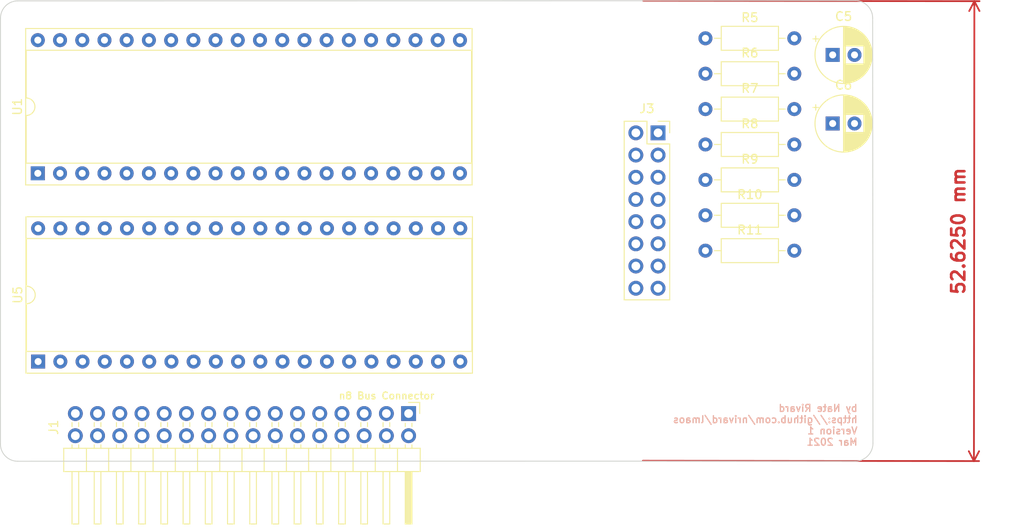
<source format=kicad_pcb>
(kicad_pcb (version 20221018) (generator pcbnew)
  (layers (0 "F.Cu" signal) (31 "B.Cu" signal) (34 "B.Paste" user) (35 "F.Paste" user) (36 "B.SilkS" user "B.Silkscreen") (37 "F.SilkS" user "F.Silkscreen") (38 "B.Mask" user) (39 "F.Mask" user) (44 "Edge.Cuts" user))
  (net 0 "")
  (net 1 "+5V")
  (net 2 "GND")
  (net 3 "/A0")
  (net 4 "/D0")
  (net 5 "/A1")
  (net 6 "/D1")
  (net 7 "/A2")
  (net 8 "/D2")
  (net 9 "/A3")
  (net 10 "/D3")
  (net 11 "/A4")
  (net 12 "/D4")
  (net 13 "/A5")
  (net 14 "/D5")
  (net 15 "~{CS}")
  (net 16 "/D6")
  (net 17 "R~{W}")
  (net 18 "/D7")
  (net 19 "CLK")
  (net 20 "~{IRQ}")
  (net 21 "~{RES}")
  (net 22 "~{NMI}")
  (net 23 "FUTURE0")
  (net 24 "NTSC_CLK")
  (net 25 "~{WRITE}")
  (net 26 "~{READ}")
  (net 27 "MISO_{SPI}")
  (net 28 "CLK_{SPI}")
  (net 29 "MOSI_{SPI}")
  (net 30 "CS_{SPI}")
  (net 32 "Net-(C5-Pad1)")
  (net 43 "/PA0")
  (net 44 "/PA1")
  (net 45 "/PA2")
  (net 46 "/PA3")
  (net 47 "/PA4")
  (net 48 "/PA5")
  (net 49 "/PA6")
  (net 50 "/PA7")
  (net 51 "/LEFT")
  (net 52 "Net-(C6-Pad1)")
  (net 53 "/RIGHT")
  (net 58 "CH_C")
  (net 60 "BDIR")
  (net 61 "BC1")
  (net 71 "AUD_CLK")
  (net 72 "~{RESET}")
  (net 73 "Net-(U1-BDIR)")
  (net 75 "CH_A")
  (net 76 "CH_B")
  (footprint "Resistor_THT:R_Axial_DIN0207_L6.3mm_D2.5mm_P10.16mm_Horizontal" (layer "F.Cu") (at 170.64 85.525)
    (fp_text reference "R8" (at 5.08 -2.37) (layer "F.SilkS"))
    (fp_text value "1K")
    (pad "1" thru_hole circle (at 0 0) (size 1.6 1.6) (drill 0.8) (layers "*.Cu" "*.Mask") (net 32 "Net-(C5-Pad1)"))
    (pad "2" thru_hole oval (at 10.16 0) (size 1.6 1.6) (drill 0.8) (layers "*.Cu" "*.Mask") (net 76 "CH_B"))
  )
  (footprint "Resistor_THT:R_Axial_DIN0207_L6.3mm_D2.5mm_P10.16mm_Horizontal" (layer "F.Cu") (at 170.64 89.575)
    (fp_text reference "R9" (at 5.08 -2.37) (layer "F.SilkS"))
    (fp_text value "1K")
    (pad "1" thru_hole circle (at 0 0) (size 1.6 1.6) (drill 0.8) (layers "*.Cu" "*.Mask") (net 52 "Net-(C6-Pad1)"))
    (pad "2" thru_hole oval (at 10.16 0) (size 1.6 1.6) (drill 0.8) (layers "*.Cu" "*.Mask") (net 75 "CH_A"))
  )
  (footprint "Resistor_THT:R_Axial_DIN0207_L6.3mm_D2.5mm_P10.16mm_Horizontal" (layer "F.Cu") (at 170.64 73.375)
    (fp_text reference "R5" (at 5.08 -2.37) (layer "F.SilkS"))
    (fp_text value "3K")
    (pad "1" thru_hole circle (at 0 0) (size 1.6 1.6) (drill 0.8) (layers "*.Cu" "*.Mask") (net 58 "CH_C"))
    (pad "2" thru_hole oval (at 10.16 0) (size 1.6 1.6) (drill 0.8) (layers "*.Cu" "*.Mask") (net 2 "GND"))
  )
  (footprint "Capacitor_THT:CP_Radial_D6.3mm_P2.50mm" (layer "F.Cu") (at 185.185241 83.125)
    (fp_text reference "C6" (at 1.25 -4.4) (layer "F.SilkS"))
    (fp_text value "4.7uF")
    (pad "1" thru_hole rect (at 0 0) (size 1.6 1.6) (drill 0.8) (layers "*.Cu" "*.Mask") (net 52 "Net-(C6-Pad1)"))
    (pad "2" thru_hole circle (at 2.5 0) (size 1.6 1.6) (drill 0.8) (layers "*.Cu" "*.Mask") (net 53 "/RIGHT"))
  )
  (footprint "Resistor_THT:R_Axial_DIN0207_L6.3mm_D2.5mm_P10.16mm_Horizontal" (layer "F.Cu") (at 170.64 97.675)
    (fp_text reference "R11" (at 5.08 -2.37) (layer "F.SilkS"))
    (fp_text value "1K6")
    (pad "1" thru_hole circle (at 0 0) (size 1.6 1.6) (drill 0.8) (layers "*.Cu" "*.Mask") (net 32 "Net-(C5-Pad1)"))
    (pad "2" thru_hole oval (at 10.16 0) (size 1.6 1.6) (drill 0.8) (layers "*.Cu" "*.Mask") (net 58 "CH_C"))
  )
  (footprint "Connector_PinSocket_2.54mm:PinSocket_2x08_P2.54mm_Vertical" (layer "F.Cu") (at 165.225 84.195)
    (fp_text reference "J3" (at -1.27 -2.77) (layer "F.SilkS"))
    (fp_text value "Conn_02x08_Odd_Even")
    (pad "1" thru_hole rect (at 0 0) (size 1.7 1.7) (drill 1) (layers "*.Cu" "*.Mask") (net 2 "GND"))
    (pad "2" thru_hole oval (at -2.54 0) (size 1.7 1.7) (drill 1) (layers "*.Cu" "*.Mask") (net 2 "GND"))
    (pad "3" thru_hole oval (at 0 2.54) (size 1.7 1.7) (drill 1) (layers "*.Cu" "*.Mask") (net 27 "MISO_{SPI}"))
    (pad "4" thru_hole oval (at -2.54 2.54) (size 1.7 1.7) (drill 1) (layers "*.Cu" "*.Mask") (net 27 "MISO_{SPI}"))
    (pad "5" thru_hole oval (at 0 5.08) (size 1.7 1.7) (drill 1) (layers "*.Cu" "*.Mask") (net 28 "CLK_{SPI}"))
    (pad "6" thru_hole oval (at -2.54 5.08) (size 1.7 1.7) (drill 1) (layers "*.Cu" "*.Mask") (net 28 "CLK_{SPI}"))
    (pad "7" thru_hole oval (at 0 7.62) (size 1.7 1.7) (drill 1) (layers "*.Cu" "*.Mask") (net 29 "MOSI_{SPI}"))
    (pad "8" thru_hole oval (at -2.54 7.62) (size 1.7 1.7) (drill 1) (layers "*.Cu" "*.Mask") (net 29 "MOSI_{SPI}"))
    (pad "9" thru_hole oval (at 0 10.16) (size 1.7 1.7) (drill 1) (layers "*.Cu" "*.Mask") (net 30 "CS_{SPI}"))
    (pad "10" thru_hole oval (at -2.54 10.16) (size 1.7 1.7) (drill 1) (layers "*.Cu" "*.Mask") (net 30 "CS_{SPI}"))
    (pad "11" thru_hole oval (at 0 12.7) (size 1.7 1.7) (drill 1) (layers "*.Cu" "*.Mask") (net 1 "+5V"))
    (pad "12" thru_hole oval (at -2.54 12.7) (size 1.7 1.7) (drill 1) (layers "*.Cu" "*.Mask") (net 1 "+5V"))
    (pad "13" thru_hole oval (at 0 15.24) (size 1.7 1.7) (drill 1) (layers "*.Cu" "*.Mask"))
    (pad "14" thru_hole oval (at -2.54 15.24) (size 1.7 1.7) (drill 1) (layers "*.Cu" "*.Mask"))
    (pad "15" thru_hole oval (at 0 17.78) (size 1.7 1.7) (drill 1) (layers "*.Cu" "*.Mask") (net 2 "GND"))
    (pad "16" thru_hole oval (at -2.54 17.78) (size 1.7 1.7) (drill 1) (layers "*.Cu" "*.Mask") (net 2 "GND"))
  )
  (footprint "Package_DIP:DIP-40_W15.24mm_Socket" (layer "F.Cu") (at 94.315 88.825 90)
    (fp_text reference "U1" (at 7.62 -2.33 90) (layer "F.SilkS"))
    (fp_text value "YM2149")
    (pad "1" thru_hole rect (at 0 0 90) (size 1.6 1.6) (drill 0.8) (layers "*.Cu" "*.Mask") (net 2 "GND"))
    (pad "2" thru_hole oval (at 0 2.54 90) (size 1.6 1.6) (drill 0.8) (layers "*.Cu" "*.Mask"))
    (pad "3" thru_hole oval (at 0 5.08 90) (size 1.6 1.6) (drill 0.8) (layers "*.Cu" "*.Mask") (net 76 "CH_B"))
    (pad "4" thru_hole oval (at 0 7.62 90) (size 1.6 1.6) (drill 0.8) (layers "*.Cu" "*.Mask") (net 75 "CH_A"))
    (pad "5" thru_hole oval (at 0 10.16 90) (size 1.6 1.6) (drill 0.8) (layers "*.Cu" "*.Mask"))
    (pad "6" thru_hole oval (at 0 12.7 90) (size 1.6 1.6) (drill 0.8) (layers "*.Cu" "*.Mask"))
    (pad "7" thru_hole oval (at 0 15.24 90) (size 1.6 1.6) (drill 0.8) (layers "*.Cu" "*.Mask"))
    (pad "8" thru_hole oval (at 0 17.78 90) (size 1.6 1.6) (drill 0.8) (layers "*.Cu" "*.Mask"))
    (pad "9" thru_hole oval (at 0 20.32 90) (size 1.6 1.6) (drill 0.8) (layers "*.Cu" "*.Mask"))
    (pad "10" thru_hole oval (at 0 22.86 90) (size 1.6 1.6) (drill 0.8) (layers "*.Cu" "*.Mask"))
    (pad "11" thru_hole oval (at 0 25.4 90) (size 1.6 1.6) (drill 0.8) (layers "*.Cu" "*.Mask"))
    (pad "12" thru_hole oval (at 0 27.94 90) (size 1.6 1.6) (drill 0.8) (layers "*.Cu" "*.Mask"))
    (pad "13" thru_hole oval (at 0 30.48 90) (size 1.6 1.6) (drill 0.8) (layers "*.Cu" "*.Mask"))
    (pad "14" thru_hole oval (at 0 33.02 90) (size 1.6 1.6) (drill 0.8) (layers "*.Cu" "*.Mask"))
    (pad "15" thru_hole oval (at 0 35.56 90) (size 1.6 1.6) (drill 0.8) (layers "*.Cu" "*.Mask"))
    (pad "16" thru_hole oval (at 0 38.1 90) (size 1.6 1.6) (drill 0.8) (layers "*.Cu" "*.Mask"))
    (pad "17" thru_hole oval (at 0 40.64 90) (size 1.6 1.6) (drill 0.8) (layers "*.Cu" "*.Mask"))
    (pad "18" thru_hole oval (at 0 43.18 90) (size 1.6 1.6) (drill 0.8) (layers "*.Cu" "*.Mask"))
    (pad "19" thru_hole oval (at 0 45.72 90) (size 1.6 1.6) (drill 0.8) (layers "*.Cu" "*.Mask"))
    (pad "20" thru_hole oval (at 0 48.26 90) (size 1.6 1.6) (drill 0.8) (layers "*.Cu" "*.Mask"))
    (pad "21" thru_hole oval (at 15.24 48.26 90) (size 1.6 1.6) (drill 0.8) (layers "*.Cu" "*.Mask"))
    (pad "22" thru_hole oval (at 15.24 45.72 90) (size 1.6 1.6) (drill 0.8) (layers "*.Cu" "*.Mask") (net 71 "AUD_CLK"))
    (pad "23" thru_hole oval (at 15.24 43.18 90) (size 1.6 1.6) (drill 0.8) (layers "*.Cu" "*.Mask") (net 72 "~{RESET}"))
    (pad "24" thru_hole oval (at 15.24 40.64 90) (size 1.6 1.6) (drill 0.8) (layers "*.Cu" "*.Mask") (net 2 "GND"))
    (pad "25" thru_hole oval (at 15.24 38.1 90) (size 1.6 1.6) (drill 0.8) (layers "*.Cu" "*.Mask") (net 1 "+5V"))
    (pad "26" thru_hole oval (at 15.24 35.56 90) (size 1.6 1.6) (drill 0.8) (layers "*.Cu" "*.Mask") (net 2 "GND"))
    (pad "27" thru_hole oval (at 15.24 33.02 90) (size 1.6 1.6) (drill 0.8) (layers "*.Cu" "*.Mask") (net 73 "Net-(U1-BDIR)"))
    (pad "28" thru_hole oval (at 15.24 30.48 90) (size 1.6 1.6) (drill 0.8) (layers "*.Cu" "*.Mask") (net 1 "+5V"))
    (pad "29" thru_hole oval (at 15.24 27.94 90) (size 1.6 1.6) (drill 0.8) (layers "*.Cu" "*.Mask") (net 61 "BC1"))
    (pad "30" thru_hole oval (at 15.24 25.4 90) (size 1.6 1.6) (drill 0.8) (layers "*.Cu" "*.Mask") (net 50 "/PA7"))
    (pad "31" thru_hole oval (at 15.24 22.86 90) (size 1.6 1.6) (drill 0.8) (layers "*.Cu" "*.Mask") (net 49 "/PA6"))
    (pad "32" thru_hole oval (at 15.24 20.32 90) (size 1.6 1.6) (drill 0.8) (layers "*.Cu" "*.Mask") (net 48 "/PA5"))
    (pad "33" thru_hole oval (at 15.24 17.78 90) (size 1.6 1.6) (drill 0.8) (layers "*.Cu" "*.Mask") (net 47 "/PA4"))
    (pad "34" thru_hole oval (at 15.24 15.24 90) (size 1.6 1.6) (drill 0.8) (layers "*.Cu" "*.Mask") (net 46 "/PA3"))
    (pad "35" thru_hole oval (at 15.24 12.7 90) (size 1.6 1.6) (drill 0.8) (layers "*.Cu" "*.Mask") (net 45 "/PA2"))
    (pad "36" thru_hole oval (at 15.24 10.16 90) (size 1.6 1.6) (drill 0.8) (layers "*.Cu" "*.Mask") (net 44 "/PA1"))
    (pad "37" thru_hole oval (at 15.24 7.62 90) (size 1.6 1.6) (drill 0.8) (layers "*.Cu" "*.Mask") (net 43 "/PA0"))
    (pad "38" thru_hole oval (at 15.24 5.08 90) (size 1.6 1.6) (drill 0.8) (layers "*.Cu" "*.Mask") (net 58 "CH_C"))
    (pad "39" thru_hole oval (at 15.24 2.54 90) (size 1.6 1.6) (drill 0.8) (layers "*.Cu" "*.Mask"))
    (pad "40" thru_hole oval (at 15.24 0 90) (size 1.6 1.6) (drill 0.8) (layers "*.Cu" "*.Mask") (net 1 "+5V"))
  )
  (footprint "Package_DIP:DIP-40_W15.24mm_Socket" (layer "F.Cu") (at 94.35 110.365 90)
    (fp_text reference "U5" (at 7.62 -2.33 90) (layer "F.SilkS"))
    (fp_text value "65C22S")
    (pad "1" thru_hole rect (at 0 0 90) (size 1.6 1.6) (drill 0.8) (layers "*.Cu" "*.Mask") (net 2 "GND"))
    (pad "2" thru_hole oval (at 0 2.54 90) (size 1.6 1.6) (drill 0.8) (layers "*.Cu" "*.Mask") (net 43 "/PA0"))
    (pad "3" thru_hole oval (at 0 5.08 90) (size 1.6 1.6) (drill 0.8) (layers "*.Cu" "*.Mask") (net 44 "/PA1"))
    (pad "4" thru_hole oval (at 0 7.62 90) (size 1.6 1.6) (drill 0.8) (layers "*.Cu" "*.Mask") (net 45 "/PA2"))
    (pad "5" thru_hole oval (at 0 10.16 90) (size 1.6 1.6) (drill 0.8) (layers "*.Cu" "*.Mask") (net 46 "/PA3"))
    (pad "6" thru_hole oval (at 0 12.7 90) (size 1.6 1.6) (drill 0.8) (layers "*.Cu" "*.Mask") (net 47 "/PA4"))
    (pad "7" thru_hole oval (at 0 15.24 90) (size 1.6 1.6) (drill 0.8) (layers "*.Cu" "*.Mask") (net 48 "/PA5"))
    (pad "8" thru_hole oval (at 0 17.78 90) (size 1.6 1.6) (drill 0.8) (layers "*.Cu" "*.Mask") (net 49 "/PA6"))
    (pad "9" thru_hole oval (at 0 20.32 90) (size 1.6 1.6) (drill 0.8) (layers "*.Cu" "*.Mask") (net 50 "/PA7"))
    (pad "10" thru_hole oval (at 0 22.86 90) (size 1.6 1.6) (drill 0.8) (layers "*.Cu" "*.Mask") (net 30 "CS_{SPI}"))
    (pad "11" thru_hole oval (at 0 25.4 90) (size 1.6 1.6) (drill 0.8) (layers "*.Cu" "*.Mask") (net 29 "MOSI_{SPI}"))
    (pad "12" thru_hole oval (at 0 27.94 90) (size 1.6 1.6) (drill 0.8) (layers "*.Cu" "*.Mask") (net 28 "CLK_{SPI}"))
    (pad "13" thru_hole oval (at 0 30.48 90) (size 1.6 1.6) (drill 0.8) (layers "*.Cu" "*.Mask"))
    (pad "14" thru_hole oval (at 0 33.02 90) (size 1.6 1.6) (drill 0.8) (layers "*.Cu" "*.Mask"))
    (pad "15" thru_hole oval (at 0 35.56 90) (size 1.6 1.6) (drill 0.8) (layers "*.Cu" "*.Mask"))
    (pad "16" thru_hole oval (at 0 38.1 90) (size 1.6 1.6) (drill 0.8) (layers "*.Cu" "*.Mask"))
    (pad "17" thru_hole oval (at 0 40.64 90) (size 1.6 1.6) (drill 0.8) (layers "*.Cu" "*.Mask") (net 27 "MISO_{SPI}"))
    (pad "18" thru_hole oval (at 0 43.18 90) (size 1.6 1.6) (drill 0.8) (layers "*.Cu" "*.Mask"))
    (pad "19" thru_hole oval (at 0 45.72 90) (size 1.6 1.6) (drill 0.8) (layers "*.Cu" "*.Mask") (net 60 "BDIR"))
    (pad "20" thru_hole oval (at 0 48.26 90) (size 1.6 1.6) (drill 0.8) (layers "*.Cu" "*.Mask") (net 1 "+5V"))
    (pad "21" thru_hole oval (at 15.24 48.26 90) (size 1.6 1.6) (drill 0.8) (layers "*.Cu" "*.Mask") (net 20 "~{IRQ}"))
    (pad "22" thru_hole oval (at 15.24 45.72 90) (size 1.6 1.6) (drill 0.8) (layers "*.Cu" "*.Mask") (net 17 "R~{W}"))
    (pad "23" thru_hole oval (at 15.24 43.18 90) (size 1.6 1.6) (drill 0.8) (layers "*.Cu" "*.Mask") (net 15 "~{CS}"))
    (pad "24" thru_hole oval (at 15.24 40.64 90) (size 1.6 1.6) (drill 0.8) (layers "*.Cu" "*.Mask") (net 1 "+5V"))
    (pad "25" thru_hole oval (at 15.24 38.1 90) (size 1.6 1.6) (drill 0.8) (layers "*.Cu" "*.Mask") (net 19 "CLK"))
    (pad "26" thru_hole oval (at 15.24 35.56 90) (size 1.6 1.6) (drill 0.8) (layers "*.Cu" "*.Mask") (net 18 "/D7"))
    (pad "27" thru_hole oval (at 15.24 33.02 90) (size 1.6 1.6) (drill 0.8) (layers "*.Cu" "*.Mask") (net 16 "/D6"))
    (pad "28" thru_hole oval (at 15.24 30.48 90) (size 1.6 1.6) (drill 0.8) (layers "*.Cu" "*.Mask") (net 14 "/D5"))
    (pad "29" thru_hole oval (at 15.24 27.94 90) (size 1.6 1.6) (drill 0.8) (layers "*.Cu" "*.Mask") (net 12 "/D4"))
    (pad "30" thru_hole oval (at 15.24 25.4 90) (size 1.6 1.6) (drill 0.8) (layers "*.Cu" "*.Mask") (net 10 "/D3"))
    (pad "31" thru_hole oval (at 15.24 22.86 90) (size 1.6 1.6) (drill 0.8) (layers "*.Cu" "*.Mask") (net 8 "/D2"))
    (pad "32" thru_hole oval (at 15.24 20.32 90) (size 1.6 1.6) (drill 0.8) (layers "*.Cu" "*.Mask") (net 6 "/D1"))
    (pad "33" thru_hole oval (at 15.24 17.78 90) (size 1.6 1.6) (drill 0.8) (layers "*.Cu" "*.Mask") (net 4 "/D0"))
    (pad "34" thru_hole oval (at 15.24 15.24 90) (size 1.6 1.6) (drill 0.8) (layers "*.Cu" "*.Mask") (net 21 "~{RES}"))
    (pad "35" thru_hole oval (at 15.24 12.7 90) (size 1.6 1.6) (drill 0.8) (layers "*.Cu" "*.Mask") (net 9 "/A3"))
    (pad "36" thru_hole oval (at 15.24 10.16 90) (size 1.6 1.6) (drill 0.8) (layers "*.Cu" "*.Mask") (net 7 "/A2"))
    (pad "37" thru_hole oval (at 15.24 7.62 90) (size 1.6 1.6) (drill 0.8) (layers "*.Cu" "*.Mask") (net 5 "/A1"))
    (pad "38" thru_hole oval (at 15.24 5.08 90) (size 1.6 1.6) (drill 0.8) (layers "*.Cu" "*.Mask") (net 3 "/A0"))
    (pad "39" thru_hole oval (at 15.24 2.54 90) (size 1.6 1.6) (drill 0.8) (layers "*.Cu" "*.Mask") (net 61 "BC1"))
    (pad "40" thru_hole oval (at 15.24 0 90) (size 1.6 1.6) (drill 0.8) (layers "*.Cu" "*.Mask"))
  )
  (footprint "Resistor_THT:R_Axial_DIN0207_L6.3mm_D2.5mm_P10.16mm_Horizontal" (layer "F.Cu") (at 170.64 77.425)
    (fp_text reference "R6" (at 5.08 -2.37) (layer "F.SilkS"))
    (fp_text value "3K")
    (pad "1" thru_hole circle (at 0 0) (size 1.6 1.6) (drill 0.8) (layers "*.Cu" "*.Mask") (net 75 "CH_A"))
    (pad "2" thru_hole oval (at 10.16 0) (size 1.6 1.6) (drill 0.8) (layers "*.Cu" "*.Mask") (net 2 "GND"))
  )
  (footprint "Resistor_THT:R_Axial_DIN0207_L6.3mm_D2.5mm_P10.16mm_Horizontal" (layer "F.Cu") (at 170.64 81.475)
    (fp_text reference "R7" (at 5.08 -2.37) (layer "F.SilkS"))
    (fp_text value "3K")
    (pad "1" thru_hole circle (at 0 0) (size 1.6 1.6) (drill 0.8) (layers "*.Cu" "*.Mask") (net 76 "CH_B"))
    (pad "2" thru_hole oval (at 10.16 0) (size 1.6 1.6) (drill 0.8) (layers "*.Cu" "*.Mask") (net 2 "GND"))
  )
  (footprint "Capacitor_THT:CP_Radial_D6.3mm_P2.50mm" (layer "F.Cu") (at 185.185241 75.275)
    (fp_text reference "C5" (at 1.25 -4.4) (layer "F.SilkS"))
    (fp_text value "4.7uF")
    (pad "1" thru_hole rect (at 0 0) (size 1.6 1.6) (drill 0.8) (layers "*.Cu" "*.Mask") (net 32 "Net-(C5-Pad1)"))
    (pad "2" thru_hole circle (at 2.5 0) (size 1.6 1.6) (drill 0.8) (layers "*.Cu" "*.Mask") (net 51 "/LEFT"))
  )
  (footprint "Resistor_THT:R_Axial_DIN0207_L6.3mm_D2.5mm_P10.16mm_Horizontal" (layer "F.Cu") (at 170.64 93.625)
    (fp_text reference "R10" (at 5.08 -2.37) (layer "F.SilkS"))
    (fp_text value "1K6")
    (pad "1" thru_hole circle (at 0 0) (size 1.6 1.6) (drill 0.8) (layers "*.Cu" "*.Mask") (net 52 "Net-(C6-Pad1)"))
    (pad "2" thru_hole oval (at 10.16 0) (size 1.6 1.6) (drill 0.8) (layers "*.Cu" "*.Mask") (net 58 "CH_C"))
  )
  (footprint "Connector_PinHeader_2.54mm:PinHeader_2x16_P2.54mm_Horizontal" (layer "F.Cu") (at 136.70598 116.313178 -90)
    (fp_text reference "J1" (at 1.5748 40.5811 90) (layer "F.SilkS"))
    (fp_text value "n8 Bus Connector")
    (pad "1" thru_hole rect (at 0 0 270) (size 1.7 1.7) (drill 1) (layers "*.Cu" "*.Mask") (net 2 "GND"))
    (pad "2" thru_hole oval (at 2.54 0 270) (size 1.7 1.7) (drill 1) (layers "*.Cu" "*.Mask") (net 2 "GND"))
    (pad "3" thru_hole oval (at 0 2.54 270) (size 1.7 1.7) (drill 1) (layers "*.Cu" "*.Mask") (net 1 "+5V"))
    (pad "4" thru_hole oval (at 2.54 2.54 270) (size 1.7 1.7) (drill 1) (layers "*.Cu" "*.Mask") (net 1 "+5V"))
    (pad "5" thru_hole oval (at 0 5.08 270) (size 1.7 1.7) (drill 1) (layers "*.Cu" "*.Mask") (net 25 "~{WRITE}"))
    (pad "6" thru_hole oval (at 2.54 5.08 270) (size 1.7 1.7) (drill 1) (layers "*.Cu" "*.Mask") (net 24 "NTSC_CLK"))
    (pad "7" thru_hole oval (at 0 7.62 270) (size 1.7 1.7) (drill 1) (layers "*.Cu" "*.Mask") (net 26 "~{READ}"))
    (pad "8" thru_hole oval (at 2.54 7.62 270) (size 1.7 1.7) (drill 1) (layers "*.Cu" "*.Mask") (net 23 "FUTURE0"))
    (pad "9" thru_hole oval (at 0 10.16 270) (size 1.7 1.7) (drill 1) (layers "*.Cu" "*.Mask") (net 22 "~{NMI}"))
    (pad "10" thru_hole oval (at 2.54 10.16 270) (size 1.7 1.7) (drill 1) (layers "*.Cu" "*.Mask") (net 21 "~{RES}"))
    (pad "11" thru_hole oval (at 0 12.7 270) (size 1.7 1.7) (drill 1) (layers "*.Cu" "*.Mask") (net 20 "~{IRQ}"))
    (pad "12" thru_hole oval (at 2.54 12.7 270) (size 1.7 1.7) (drill 1) (layers "*.Cu" "*.Mask") (net 19 "CLK"))
    (pad "13" thru_hole oval (at 0 15.24 270) (size 1.7 1.7) (drill 1) (layers "*.Cu" "*.Mask") (net 18 "/D7"))
    (pad "14" thru_hole oval (at 2.54 15.24 270) (size 1.7 1.7) (drill 1) (layers "*.Cu" "*.Mask") (net 17 "R~{W}"))
    (pad "15" thru_hole oval (at 0 17.78 270) (size 1.7 1.7) (drill 1) (layers "*.Cu" "*.Mask") (net 16 "/D6"))
    (pad "16" thru_hole oval (at 2.54 17.78 270) (size 1.7 1.7) (drill 1) (layers "*.Cu" "*.Mask") (net 15 "~{CS}"))
    (pad "17" thru_hole oval (at 0 20.32 270) (size 1.7 1.7) (drill 1) (layers "*.Cu" "*.Mask") (net 14 "/D5"))
    (pad "18" thru_hole oval (at 2.54 20.32 270) (size 1.7 1.7) (drill 1) (layers "*.Cu" "*.Mask") (net 13 "/A5"))
    (pad "19" thru_hole oval (at 0 22.86 270) (size 1.7 1.7) (drill 1) (layers "*.Cu" "*.Mask") (net 12 "/D4"))
    (pad "20" thru_hole oval (at 2.54 22.86 270) (size 1.7 1.7) (drill 1) (layers "*.Cu" "*.Mask") (net 11 "/A4"))
    (pad "21" thru_hole oval (at 0 25.4 270) (size 1.7 1.7) (drill 1) (layers "*.Cu" "*.Mask") (net 10 "/D3"))
    (pad "22" thru_hole oval (at 2.54 25.4 270) (size 1.7 1.7) (drill 1) (layers "*.Cu" "*.Mask") (net 9 "/A3"))
    (pad "23" thru_hole oval (at 0 27.94 270) (size 1.7 1.7) (drill 1) (layers "*.Cu" "*.Mask") (net 8 "/D2"))
    (pad "24" thru_hole oval (at 2.54 27.94 270) (size 1.7 1.7) (drill 1) (layers "*.Cu" "*.Mask") (net 7 "/A2"))
    (pad "25" thru_hole oval (at 0 30.48 270) (size 1.7 1.7) (drill 1) (layers "*.Cu" "*.Mask") (net 6 "/D1"))
    (pad "26" thru_hole oval (at 2.54 30.48 270) (size 1.7 1.7) (drill 1) (layers "*.Cu" "*.Mask") (net 5 "/A1"))
    (pad "27" thru_hole oval (at 0 33.02 270) (size 1.7 1.7) (drill 1) (layers "*.Cu" "*.Mask") (net 4 "/D0"))
    (pad "28" thru_hole oval (at 2.54 33.02 270) (size 1.7 1.7) (drill 1) (layers "*.Cu" "*.Mask") (net 3 "/A0"))
    (pad "29" thru_hole oval (at 0 35.56 270) (size 1.7 1.7) (drill 1) (layers "*.Cu" "*.Mask") (net 2 "GND"))
    (pad "30" thru_hole oval (at 2.54 35.56 270) (size 1.7 1.7) (drill 1) (layers "*.Cu" "*.Mask") (net 2 "GND"))
    (pad "31" thru_hole oval (at 0 38.1 270) (size 1.7 1.7) (drill 1) (layers "*.Cu" "*.Mask") (net 1 "+5V"))
    (pad "32" thru_hole oval (at 2.54 38.1 270) (size 1.7 1.7) (drill 1) (layers "*.Cu" "*.Mask") (net 1 "+5V"))
  )
  (gr_arc (start 189.790239 119.727737) (mid 189.195072 121.164571) (end 187.758239 121.759737) (stroke (width 0.1)) (layer "Edge.Cuts"))
  (gr_line (start 90.04191 119.802124) (end 90.049431 71.074907) (stroke (width 0.1)) (layer "Edge.Cuts"))
  (gr_arc (start 90.049431 71.074907) (mid 90.625 69.675) (end 92.021485 69.091178) (stroke (width 0.1)) (layer "Edge.Cuts"))
  (gr_arc (start 92.025639 121.774178) (mid 90.625698 121.198643) (end 90.04191 119.802124) (stroke (width 0.1)) (layer "Edge.Cuts"))
  (gr_arc (start 187.775069 69.074647) (mid 189.175034 69.650178) (end 189.758798 71.046701) (stroke (width 0.1)) (layer "Edge.Cuts"))
  (gr_line (start 92.021485 69.091178) (end 187.775069 69.074647) (stroke (width 0.1)) (layer "Edge.Cuts"))
  (gr_line (start 187.758239 121.759737) (end 92.025639 121.774178) (stroke (width 0.1)) (layer "Edge.Cuts"))
  (gr_line (start 189.758798 71.046701) (end 189.790239 119.727737) (stroke (width 0.1)) (layer "Edge.Cuts"))
  (gr_text "by Nate Rivard\nhttps://github.com/nrivard/lmaos\nVersion 1\nMar 2021" (at 188.109639 117.641178) (layer "B.SilkS") (effects (font (size 0.8 0.8)) (justify left mirror)))
  (gr_text "n8 Bus Connector" (at 134.189639 114.281178) (layer "F.SilkS") (effects (font (size 0.8 0.8))))
  (dimension (type aligned) (layer "F.Cu") (pts (xy 162.984639 121.716178) (xy 163.034639 69.091178)) (height 38.352071) (gr_text "52.6250 mm" (at 199.561694 95.438407 89.94556222) (layer "F.Cu") (effects (font (size 1.5 1.5) (thickness 0.3)))) (format (prefix "") (suffix "") (units 3) (units_format 1) (precision 4)) (style (thickness 0.2) (arrow_length 1.27) (text_position_mode 0) (extension_height 0.58642) (extension_offset 0.5) keep_text_aligned))
)
</source>
